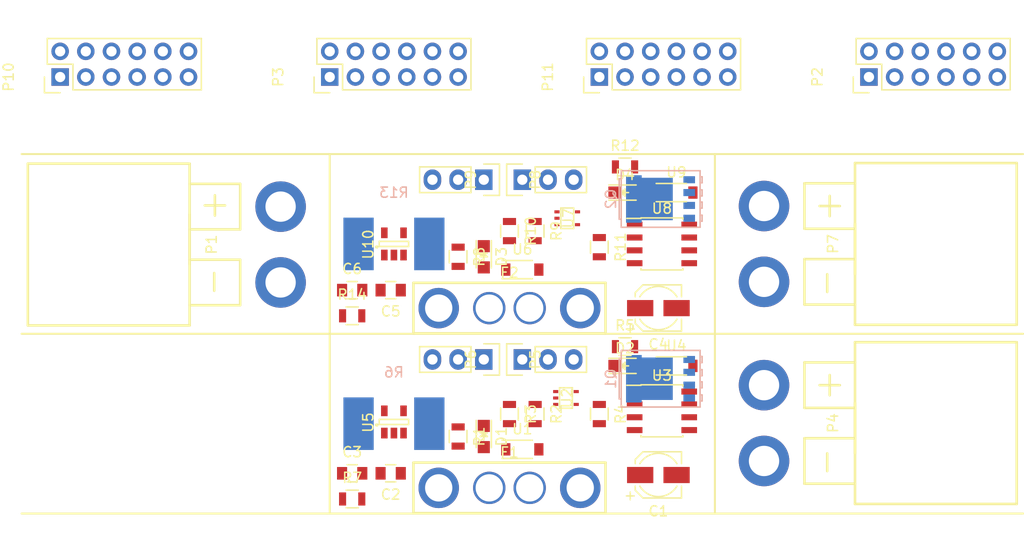
<source format=kicad_pcb>
(kicad_pcb (version 20221018) (generator pcbnew)
  (layers (0 "F.Cu" mixed) (1 "In1.Cu" power "Ground.Cu") (2 "In2.Cu" mixed "Signal.Cu") (31 "B.Cu" mixed) (34 "B.Paste" user) (35 "F.Paste" user) (36 "B.SilkS" user "B.Silkscreen") (37 "F.SilkS" user "F.Silkscreen") (38 "B.Mask" user) (39 "F.Mask" user) (44 "Edge.Cuts" user))
  (net 0 "")
  (net 1 "Net-(Q2-Pad4)")
  (net 2 "/channel0/kill_sw/in+")
  (net 3 "GND")
  (net 4 "/channel0/Power")
  (net 5 "/channel1/kill_sw/in+")
  (net 6 "Net-(D1-Pad2)")
  (net 7 "Net-(D2-Pad2)")
  (net 8 "Net-(D3-Pad2)")
  (net 9 "Net-(D4-Pad2)")
  (net 10 "/channel0/fuse/in+")
  (net 11 "/channel1/fuse/in+")
  (net 12 "/channel0/kill_sw/out+")
  (net 13 "Net-(Q1-Pad4)")
  (net 14 "/channel1/kill_sw/out+")
  (net 15 "Net-(P6-Pad2)")
  (net 16 "Net-(P5-Pad2)")
  (net 17 "Net-(R4-Pad1)")
  (net 18 "Net-(P9-Pad2)")
  (net 19 "Net-(P8-Pad2)")
  (net 20 "Net-(R11-Pad1)")
  (net 21 "/channel0/3.3V")
  (net 22 "/channel1/3.3V")
  (net 23 "/channel0/Enable_Reed")
  (net 24 "/Current_Feedback0")
  (net 25 "/Current_Feedback1")
  (net 26 "/Enabled_SW0")
  (net 27 "/Enabled_SW1")
  (net 28 "/Enabled_Fuse0")
  (net 29 "/Enabled_Fuse1")
  (net 30 "/Enable_MCU0")
  (net 31 "/Enable_MCU1")
  (footprint "LEDs:LED_0805" (layer "F.Cu") (at 208.28 99.06 -90)
    (fp_text reference "D1" (at 0 -1.75 270) (layer "F.SilkS"))
    (fp_text value "LED")
    (pad "1" smd rect (at -1.04902 0 90) (size 1.19888 1.19888) (layers "F.Cu" "F.Paste" "F.Mask") (net 3 "GND"))
    (pad "2" smd rect (at 1.04902 0 90) (size 1.19888 1.19888) (layers "F.Cu" "F.Paste" "F.Mask") (net 6 "Net-(D1-Pad2)"))
  )
  (footprint "LEDs:LED_0805" (layer "F.Cu") (at 222.25 92.075)
    (fp_text reference "D2" (at 0 -1.75) (layer "F.SilkS"))
    (fp_text value "LED")
    (pad "1" smd rect (at -1.04902 0 180) (size 1.19888 1.19888) (layers "F.Cu" "F.Paste" "F.Mask") (net 3 "GND"))
    (pad "2" smd rect (at 1.04902 0 180) (size 1.19888 1.19888) (layers "F.Cu" "F.Paste" "F.Mask") (net 7 "Net-(D2-Pad2)"))
  )
  (footprint "LEDs:LED_0805" (layer "F.Cu") (at 208.28 81.28 -90)
    (fp_text reference "D3" (at 0 -1.75 270) (layer "F.SilkS"))
    (fp_text value "LED")
    (pad "1" smd rect (at -1.04902 0 90) (size 1.19888 1.19888) (layers "F.Cu" "F.Paste" "F.Mask") (net 3 "GND"))
    (pad "2" smd rect (at 1.04902 0 90) (size 1.19888 1.19888) (layers "F.Cu" "F.Paste" "F.Mask") (net 8 "Net-(D3-Pad2)"))
  )
  (footprint "LEDs:LED_0805" (layer "F.Cu") (at 222.25 74.93)
    (fp_text reference "D4" (at 0 -1.75) (layer "F.SilkS"))
    (fp_text value "LED")
    (pad "1" smd rect (at -1.04902 0 180) (size 1.19888 1.19888) (layers "F.Cu" "F.Paste" "F.Mask") (net 3 "GND"))
    (pad "2" smd rect (at 1.04902 0 180) (size 1.19888 1.19888) (layers "F.Cu" "F.Paste" "F.Mask") (net 9 "Net-(D4-Pad2)"))
  )
  (footprint "KiCad-Dev:Fuseholder_test" (layer "F.Cu") (at 210.82 104.14)
    (fp_text reference "F1" (at 0 -3.5) (layer "F.SilkS"))
    (fp_text value "FUSE")
    (pad "1" thru_hole circle (at -7 0) (size 4 4) (drill 2.7) (layers "*.Cu" "*.Mask") (net 10 "/channel0/fuse/in+"))
    (pad "1" thru_hole circle (at -2 0) (size 3.2 3.2) (drill 2.7) (layers "*.Cu" "*.Mask") (net 10 "/channel0/fuse/in+"))
    (pad "2" thru_hole circle (at 2 0) (size 3.2 3.2) (drill 2.7) (layers "*.Cu" "*.Mask") (net 2 "/channel0/kill_sw/in+"))
    (pad "2" thru_hole circle (at 7 0) (size 4 4) (drill 2.7) (layers "*.Cu" "*.Mask") (net 2 "/channel0/kill_sw/in+"))
  )
  (footprint "KiCad-Dev:Fuseholder_test" (layer "F.Cu") (at 210.82 86.36)
    (fp_text reference "F2" (at 0 -3.5) (layer "F.SilkS"))
    (fp_text value "FUSE")
    (pad "1" thru_hole circle (at -7 0) (size 4 4) (drill 2.7) (layers "*.Cu" "*.Mask") (net 11 "/channel1/fuse/in+"))
    (pad "1" thru_hole circle (at -2 0) (size 3.2 3.2) (drill 2.7) (layers "*.Cu" "*.Mask") (net 11 "/channel1/fuse/in+"))
    (pad "2" thru_hole circle (at 2 0) (size 3.2 3.2) (drill 2.7) (layers "*.Cu" "*.Mask") (net 5 "/channel1/kill_sw/in+"))
    (pad "2" thru_hole circle (at 7 0) (size 4 4) (drill 2.7) (layers "*.Cu" "*.Mask") (net 5 "/channel1/kill_sw/in+"))
  )
  (footprint "KiCad-Dev:CONN_XT60_Male1_Horizontal" (layer "F.Cu") (at 170.18 80.07 -90)
    (fp_text reference "P1" (at 0 -11.176 270) (layer "F.SilkS"))
    (fp_text value "CONN_XT60_Male")
    (pad "1" thru_hole circle (at 3.75 -18 270) (size 5 5) (drill 3) (layers "*.Cu" "*.Mask") (net 3 "GND"))
    (pad "2" thru_hole circle (at -3.75 -18 270) (size 5 5) (drill 3) (layers "*.Cu" "*.Mask") (net 4 "/channel0/Power"))
  )
  (footprint "Pin_Headers:Pin_Header_Straight_2x06" (layer "F.Cu") (at 246.38 63.5 90)
    (fp_text reference "P2" (at 0 -5.1 90) (layer "F.SilkS"))
    (fp_text value "CONN_02X06")
    (pad "1" thru_hole rect (at 0 0 90) (size 1.7272 1.7272) (drill 1.016) (layers "*.Cu" "*.Mask") (net 3 "GND"))
    (pad "2" thru_hole oval (at 2.54 0 90) (size 1.7272 1.7272) (drill 1.016) (layers "*.Cu" "*.Mask"))
    (pad "3" thru_hole oval (at 0 2.54 90) (size 1.7272 1.7272) (drill 1.016) (layers "*.Cu" "*.Mask") (net 26 "/Enabled_SW0"))
    (pad "4" thru_hole oval (at 2.54 2.54 90) (size 1.7272 1.7272) (drill 1.016) (layers "*.Cu" "*.Mask"))
    (pad "5" thru_hole oval (at 0 5.08 90) (size 1.7272 1.7272) (drill 1.016) (layers "*.Cu" "*.Mask") (net 27 "/Enabled_SW1"))
    (pad "6" thru_hole oval (at 2.54 5.08 90) (size 1.7272 1.7272) (drill 1.016) (layers "*.Cu" "*.Mask"))
    (pad "7" thru_hole oval (at 0 7.62 90) (size 1.7272 1.7272) (drill 1.016) (layers "*.Cu" "*.Mask"))
    (pad "8" thru_hole oval (at 2.54 7.62 90) (size 1.7272 1.7272) (drill 1.016) (layers "*.Cu" "*.Mask"))
    (pad "9" thru_hole oval (at 0 10.16 90) (size 1.7272 1.7272) (drill 1.016) (layers "*.Cu" "*.Mask"))
    (pad "10" thru_hole oval (at 2.54 10.16 90) (size 1.7272 1.7272) (drill 1.016) (layers "*.Cu" "*.Mask"))
    (pad "11" thru_hole oval (at 0 12.7 90) (size 1.7272 1.7272) (drill 1.016) (layers "*.Cu" "*.Mask"))
    (pad "12" thru_hole oval (at 2.54 12.7 90) (size 1.7272 1.7272) (drill 1.016) (layers "*.Cu" "*.Mask"))
  )
  (footprint "Pin_Headers:Pin_Header_Straight_2x06" (layer "F.Cu") (at 193.04 63.5 90)
    (fp_text reference "P3" (at 0 -5.1 90) (layer "F.SilkS"))
    (fp_text value "CONN_02X06")
    (pad "1" thru_hole rect (at 0 0 90) (size 1.7272 1.7272) (drill 1.016) (layers "*.Cu" "*.Mask") (net 3 "GND"))
    (pad "2" thru_hole oval (at 2.54 0 90) (size 1.7272 1.7272) (drill 1.016) (layers "*.Cu" "*.Mask"))
    (pad "3" thru_hole oval (at 0 2.54 90) (size 1.7272 1.7272) (drill 1.016) (layers "*.Cu" "*.Mask") (net 28 "/Enabled_Fuse0"))
    (pad "4" thru_hole oval (at 2.54 2.54 90) (size 1.7272 1.7272) (drill 1.016) (layers "*.Cu" "*.Mask"))
    (pad "5" thru_hole oval (at 0 5.08 90) (size 1.7272 1.7272) (drill 1.016) (layers "*.Cu" "*.Mask") (net 29 "/Enabled_Fuse1"))
    (pad "6" thru_hole oval (at 2.54 5.08 90) (size 1.7272 1.7272) (drill 1.016) (layers "*.Cu" "*.Mask"))
    (pad "7" thru_hole oval (at 0 7.62 90) (size 1.7272 1.7272) (drill 1.016) (layers "*.Cu" "*.Mask"))
    (pad "8" thru_hole oval (at 2.54 7.62 90) (size 1.7272 1.7272) (drill 1.016) (layers "*.Cu" "*.Mask"))
    (pad "9" thru_hole oval (at 0 10.16 90) (size 1.7272 1.7272) (drill 1.016) (layers "*.Cu" "*.Mask"))
    (pad "10" thru_hole oval (at 2.54 10.16 90) (size 1.7272 1.7272) (drill 1.016) (layers "*.Cu" "*.Mask"))
    (pad "11" thru_hole oval (at 0 12.7 90) (size 1.7272 1.7272) (drill 1.016) (layers "*.Cu" "*.Mask"))
    (pad "12" thru_hole oval (at 2.54 12.7 90) (size 1.7272 1.7272) (drill 1.016) (layers "*.Cu" "*.Mask"))
  )
  (footprint "KiCad-Dev:CONN_XT60_Female_Horizontal" (layer "F.Cu") (at 254 97.73 90)
    (fp_text reference "P4" (at 0 -11.176 90) (layer "F.SilkS"))
    (fp_text value "CONN_XT60_Female")
    (pad "1" thru_hole circle (at -3.75 -18 90) (size 5 5) (drill 3) (layers "*.Cu" "*.Mask") (net 3 "GND"))
    (pad "2" thru_hole circle (at 3.75 -18 90) (size 5 5) (drill 3) (layers "*.Cu" "*.Mask") (net 12 "/channel0/kill_sw/out+"))
  )
  (footprint "Pin_Headers:Pin_Header_Straight_1x03" (layer "F.Cu") (at 208.28 91.44 -90)
    (fp_text reference "P5" (at 0 -5.1 270) (layer "F.SilkS"))
    (fp_text value "CONN_01X03")
    (pad "1" thru_hole rect (at 0 0 270) (size 2.032 1.7272) (drill 1.016) (layers "*.Cu" "*.Mask") (net 21 "/channel0/3.3V"))
    (pad "2" thru_hole oval (at 0 2.54 270) (size 2.032 1.7272) (drill 1.016) (layers "*.Cu" "*.Mask") (net 16 "Net-(P5-Pad2)"))
    (pad "3" thru_hole oval (at 0 5.08 270) (size 2.032 1.7272) (drill 1.016) (layers "*.Cu" "*.Mask") (net 23 "/channel0/Enable_Reed"))
  )
  (footprint "Pin_Headers:Pin_Header_Straight_1x03" (layer "F.Cu") (at 212.09 91.44 90)
    (fp_text reference "P6" (at 0 -5.1 90) (layer "F.SilkS"))
    (fp_text value "CONN_01X03")
    (pad "1" thru_hole rect (at 0 0 90) (size 2.032 1.7272) (drill 1.016) (layers "*.Cu" "*.Mask") (net 21 "/channel0/3.3V"))
    (pad "2" thru_hole oval (at 0 2.54 90) (size 2.032 1.7272) (drill 1.016) (layers "*.Cu" "*.Mask") (net 15 "Net-(P6-Pad2)"))
    (pad "3" thru_hole oval (at 0 5.08 90) (size 2.032 1.7272) (drill 1.016) (layers "*.Cu" "*.Mask") (net 30 "/Enable_MCU0"))
  )
  (footprint "KiCad-Dev:CONN_XT60_Female_Horizontal" (layer "F.Cu") (at 254 80.01 90)
    (fp_text reference "P7" (at 0 -11.176 90) (layer "F.SilkS"))
    (fp_text value "CONN_XT60_Female")
    (pad "1" thru_hole circle (at -3.75 -18 90) (size 5 5) (drill 3) (layers "*.Cu" "*.Mask") (net 3 "GND"))
    (pad "2" thru_hole circle (at 3.75 -18 90) (size 5 5) (drill 3) (layers "*.Cu" "*.Mask") (net 14 "/channel1/kill_sw/out+"))
  )
  (footprint "Pin_Headers:Pin_Header_Straight_1x03" (layer "F.Cu") (at 208.28 73.66 -90)
    (fp_text reference "P8" (at 0 -5.1 270) (layer "F.SilkS"))
    (fp_text value "CONN_01X03")
    (pad "1" thru_hole rect (at 0 0 270) (size 2.032 1.7272) (drill 1.016) (layers "*.Cu" "*.Mask") (net 22 "/channel1/3.3V"))
    (pad "2" thru_hole oval (at 0 2.54 270) (size 2.032 1.7272) (drill 1.016) (layers "*.Cu" "*.Mask") (net 19 "Net-(P8-Pad2)"))
    (pad "3" thru_hole oval (at 0 5.08 270) (size 2.032 1.7272) (drill 1.016) (layers "*.Cu" "*.Mask") (net 23 "/channel0/Enable_Reed"))
  )
  (footprint "Pin_Headers:Pin_Header_Straight_1x03" (layer "F.Cu") (at 212.09 73.66 90)
    (fp_text reference "P9" (at 0 -5.1 90) (layer "F.SilkS"))
    (fp_text value "CONN_01X03")
    (pad "1" thru_hole rect (at 0 0 90) (size 2.032 1.7272) (drill 1.016) (layers "*.Cu" "*.Mask") (net 22 "/channel1/3.3V"))
    (pad "2" thru_hole oval (at 0 2.54 90) (size 2.032 1.7272) (drill 1.016) (layers "*.Cu" "*.Mask") (net 18 "Net-(P9-Pad2)"))
    (pad "3" thru_hole oval (at 0 5.08 90) (size 2.032 1.7272) (drill 1.016) (layers "*.Cu" "*.Mask") (net 31 "/Enable_MCU1"))
  )
  (footprint "Resistors_SMD:R_0805" (layer "F.Cu") (at 205.74 99.06 -90)
    (fp_text reference "R1" (at 0 -2.1 270) (layer "F.SilkS"))
    (fp_text value "R")
    (pad "1" smd rect (at -0.95 0 270) (size 0.7 1.3) (layers "F.Cu" "F.Paste" "F.Mask") (net 28 "/Enabled_Fuse0"))
    (pad "2" smd rect (at 0.95 0 270) (size 0.7 1.3) (layers "F.Cu" "F.Paste" "F.Mask") (net 6 "Net-(D1-Pad2)"))
  )
  (footprint "Resistors_SMD:R_0805" (layer "F.Cu") (at 213.36 96.84 -90)
    (fp_text reference "R2" (at 0 -2.1 270) (layer "F.SilkS"))
    (fp_text value "R")
    (pad "1" smd rect (at -0.95 0 270) (size 0.7 1.3) (layers "F.Cu" "F.Paste" "F.Mask") (net 15 "Net-(P6-Pad2)"))
    (pad "2" smd rect (at 0.95 0 270) (size 0.7 1.3) (layers "F.Cu" "F.Paste" "F.Mask") (net 3 "GND"))
  )
  (footprint "Resistors_SMD:R_0805" (layer "F.Cu") (at 210.82 96.84 -90)
    (fp_text reference "R3" (at 0 -2.1 270) (layer "F.SilkS"))
    (fp_text value "R")
    (pad "1" smd rect (at -0.95 0 270) (size 0.7 1.3) (layers "F.Cu" "F.Paste" "F.Mask") (net 16 "Net-(P5-Pad2)"))
    (pad "2" smd rect (at 0.95 0 270) (size 0.7 1.3) (layers "F.Cu" "F.Paste" "F.Mask") (net 3 "GND"))
  )
  (footprint "Resistors_SMD:R_0805" (layer "F.Cu") (at 219.71 96.84 -90)
    (fp_text reference "R4" (at 0 -2.1 270) (layer "F.SilkS"))
    (fp_text value "R")
    (pad "1" smd rect (at -0.95 0 270) (size 0.7 1.3) (layers "F.Cu" "F.Paste" "F.Mask") (net 17 "Net-(R4-Pad1)"))
    (pad "2" smd rect (at 0.95 0 270) (size 0.7 1.3) (layers "F.Cu" "F.Paste" "F.Mask") (net 3 "GND"))
  )
  (footprint "Resistors_SMD:R_0805" (layer "F.Cu") (at 222.25 90.17)
    (fp_text reference "R5" (at 0 -2.1) (layer "F.SilkS"))
    (fp_text value "R")
    (pad "1" smd rect (at -0.95 0) (size 0.7 1.3) (layers "F.Cu" "F.Paste" "F.Mask") (net 26 "/Enabled_SW0"))
    (pad "2" smd rect (at 0.95 0) (size 0.7 1.3) (layers "F.Cu" "F.Paste" "F.Mask") (net 7 "Net-(D2-Pad2)"))
  )
  (footprint "Resistors_SMD:R_0805" (layer "F.Cu") (at 195.26 105.24)
    (fp_text reference "R7" (at 0 -2.1) (layer "F.SilkS"))
    (fp_text value "R")
    (pad "1" smd rect (at -0.95 0) (size 0.7 1.3) (layers "F.Cu" "F.Paste" "F.Mask") (net 24 "/Current_Feedback0"))
    (pad "2" smd rect (at 0.95 0) (size 0.7 1.3) (layers "F.Cu" "F.Paste" "F.Mask") (net 3 "GND"))
  )
  (footprint "Resistors_SMD:R_0805" (layer "F.Cu") (at 205.74 81.28 -90)
    (fp_text reference "R8" (at 0 -2.1 270) (layer "F.SilkS"))
    (fp_text value "R")
    (pad "1" smd rect (at -0.95 0 270) (size 0.7 1.3) (layers "F.Cu" "F.Paste" "F.Mask") (net 29 "/Enabled_Fuse1"))
    (pad "2" smd rect (at 0.95 0 270) (size 0.7 1.3) (layers "F.Cu" "F.Paste" "F.Mask") (net 8 "Net-(D3-Pad2)"))
  )
  (footprint "Resistors_SMD:R_0805" (layer "F.Cu") (at 213.36 78.74 -90)
    (fp_text reference "R9" (at 0 -2.1 270) (layer "F.SilkS"))
    (fp_text value "R")
    (pad "1" smd rect (at -0.95 0 270) (size 0.7 1.3) (layers "F.Cu" "F.Paste" "F.Mask") (net 18 "Net-(P9-Pad2)"))
    (pad "2" smd rect (at 0.95 0 270) (size 0.7 1.3) (layers "F.Cu" "F.Paste" "F.Mask") (net 3 "GND"))
  )
  (footprint "Resistors_SMD:R_0805" (layer "F.Cu") (at 210.82 78.74 -90)
    (fp_text reference "R10" (at 0 -2.1 270) (layer "F.SilkS"))
    (fp_text value "R")
    (pad "1" smd rect (at -0.95 0 270) (size 0.7 1.3) (layers "F.Cu" "F.Paste" "F.Mask") (net 19 "Net-(P8-Pad2)"))
    (pad "2" smd rect (at 0.95 0 270) (size 0.7 1.3) (layers "F.Cu" "F.Paste" "F.Mask") (net 3 "GND"))
  )
  (footprint "Resistors_SMD:R_0805" (layer "F.Cu") (at 219.71 80.33 -90)
    (fp_text reference "R11" (at 0 -2.1 270) (layer "F.SilkS"))
    (fp_text value "R")
    (pad "1" smd rect (at -0.95 0 270) (size 0.7 1.3) (layers "F.Cu" "F.Paste" "F.Mask") (net 20 "Net-(R11-Pad1)"))
    (pad "2" smd rect (at 0.95 0 270) (size 0.7 1.3) (layers "F.Cu" "F.Paste" "F.Mask") (net 3 "GND"))
  )
  (footprint "Resistors_SMD:R_0805" (layer "F.Cu") (at 222.25 72.39)
    (fp_text reference "R12" (at 0 -2.1) (layer "F.SilkS"))
    (fp_text value "R")
    (pad "1" smd rect (at -0.95 0) (size 0.7 1.3) (layers "F.Cu" "F.Paste" "F.Mask") (net 27 "/Enabled_SW1"))
    (pad "2" smd rect (at 0.95 0) (size 0.7 1.3) (layers "F.Cu" "F.Paste" "F.Mask") (net 9 "Net-(D4-Pad2)"))
  )
  (footprint "Resistors_SMD:R_0805" (layer "F.Cu") (at 195.26 87.12)
    (fp_text reference "R14" (at 0 -2.1) (layer "F.SilkS"))
    (fp_text value "R")
    (pad "1" smd rect (at -0.95 0) (size 0.7 1.3) (layers "F.Cu" "F.Paste" "F.Mask") (net 25 "/Current_Feedback1"))
    (pad "2" smd rect (at 0.95 0) (size 0.7 1.3) (layers "F.Cu" "F.Paste" "F.Mask") (net 3 "GND"))
  )
  (footprint "Diodes_SMD:SOD-123" (layer "F.Cu") (at 212.09 100.33)
    (fp_text reference "U1" (at 0 -2) (layer "F.SilkS"))
    (fp_text value "NSI45020AT1G")
    (pad "1" smd rect (at -1.635 0) (size 0.91 1.22) (layers "F.Cu" "F.Paste" "F.Mask") (net 6 "Net-(D1-Pad2)"))
    (pad "2" smd rect (at 1.635 0) (size 0.91 1.22) (layers "F.Cu" "F.Paste" "F.Mask") (net 2 "/channel0/kill_sw/in+"))
  )
  (footprint "TO_SOT_Packages_SMD:SOT-353" (layer "F.Cu") (at 216.408 95.25)
    (fp_text reference "U2" (at 0.09906 0 90) (layer "F.SilkS"))
    (fp_text value "74LVC1G08")
    (pad "1" smd rect (at -1.016 -0.635) (size 0.508 0.3048) (layers "F.Cu" "F.Paste" "F.Mask") (net 16 "Net-(P5-Pad2)"))
    (pad "2" smd rect (at -1.016 0) (size 0.508 0.3048) (layers "F.Cu" "F.Paste" "F.Mask") (net 15 "Net-(P6-Pad2)"))
    (pad "3" smd rect (at -1.016 0.635) (size 0.508 0.3048) (layers "F.Cu" "F.Paste" "F.Mask") (net 3 "GND"))
    (pad "4" smd rect (at 1.016 0.635) (size 0.508 0.3048) (layers "F.Cu" "F.Paste" "F.Mask") (net 17 "Net-(R4-Pad1)"))
    (pad "5" smd rect (at 1.016 -0.635) (size 0.508 0.3048) (layers "F.Cu" "F.Paste" "F.Mask") (net 21 "/channel0/3.3V"))
  )
  (footprint "Housings_SOIC:SOIC-8_3.9x4.9mm_Pitch1.27mm" (layer "F.Cu") (at 225.9 96.52)
    (fp_text reference "U3" (at 0 -3.5) (layer "F.SilkS"))
    (fp_text value "MIC5014")
    (pad "1" smd rect (at -2.7 -1.905) (size 1.55 0.6) (layers "F.Cu" "F.Paste" "F.Mask") (net 2 "/channel0/kill_sw/in+"))
    (pad "2" smd rect (at -2.7 -0.635) (size 1.55 0.6) (layers "F.Cu" "F.Paste" "F.Mask") (net 17 "Net-(R4-Pad1)"))
    (pad "3" smd rect (at -2.7 0.635) (size 1.55 0.6) (layers "F.Cu" "F.Paste" "F.Mask") (net 12 "/channel0/kill_sw/out+"))
    (pad "4" smd rect (at -2.7 1.905) (size 1.55 0.6) (layers "F.Cu" "F.Paste" "F.Mask") (net 3 "GND"))
    (pad "5" smd rect (at 2.7 1.905) (size 1.55 0.6) (layers "F.Cu" "F.Paste" "F.Mask") (net 13 "Net-(Q1-Pad4)"))
    (pad "6" smd rect (at 2.7 0.635) (size 1.55 0.6) (layers "F.Cu" "F.Paste" "F.Mask"))
    (pad "7" smd rect (at 2.7 -0.635) (size 1.55 0.6) (layers "F.Cu" "F.Paste" "F.Mask"))
    (pad "8" smd rect (at 2.7 -1.905) (size 1.55 0.6) (layers "F.Cu" "F.Paste" "F.Mask"))
  )
  (footprint "Diodes_SMD:SOD-123" (layer "F.Cu") (at 227.33 92.075)
    (fp_text reference "U4" (at 0 -2) (layer "F.SilkS"))
    (fp_text value "NSI45020AT1G")
    (pad "1" smd rect (at -1.635 0) (size 0.91 1.22) (layers "F.Cu" "F.Paste" "F.Mask") (net 7 "Net-(D2-Pad2)"))
    (pad "2" smd rect (at 1.635 0) (size 0.91 1.22) (layers "F.Cu" "F.Paste" "F.Mask") (net 12 "/channel0/kill_sw/out+"))
  )
  (footprint "TO_SOT_Packages_SMD:SOT-23-5" (layer "F.Cu") (at 199.39 97.62 90)
    (fp_text reference "U5" (at -0.05 -2.55 90) (layer "F.SilkS"))
    (fp_text value "INA169")
    (pad "1" smd rect (at -1.1 -0.95 90) (size 1.06 0.65) (layers "F.Cu" "F.Paste" "F.Mask") (net 24 "/Current_Feedback0"))
    (pad "2" smd rect (at -1.1 0 90) (size 1.06 0.65) (layers "F.Cu" "F.Paste" "F.Mask") (net 3 "GND"))
    (pad "3" smd rect (at -1.1 0.95 90) (size 1.06 0.65) (layers "F.Cu" "F.Paste" "F.Mask") (net 4 "/channel0/Power"))
    (pad "4" smd rect (at 1.1 0.95 90) (size 1.06 0.65) (layers "F.Cu" "F.Paste" "F.Mask") (net 10 "/channel0/fuse/in+"))
    (pad "5" smd rect (at 1.1 -0.95 90) (size 1.06 0.65) (layers "F.Cu" "F.Paste" "F.Mask") (net 4 "/channel0/Power"))
  )
  (footprint "Diodes_SMD:SOD-123" (layer "F.Cu") (at 212.09 82.55)
    (fp_text reference "U6" (at 0 -2) (layer "F.SilkS"))
    (fp_text value "NSI45020AT1G")
    (pad "1" smd rect (at -1.635 0) (size 0.91 1.22) (layers "F.Cu" "F.Paste" "F.Mask") (net 8 "Net-(D3-Pad2)"))
    (pad "2" smd rect (at 1.635 0) (size 0.91 1.22) (layers "F.Cu" "F.Paste" "F.Mask") (net 5 "/channel1/kill_sw/in+"))
  )
  (footprint "TO_SOT_Packages_SMD:SOT-353" (layer "F.Cu") (at 216.535 77.47)
    (fp_text reference "U7" (at 0.09906 0 90) (layer "F.SilkS"))
    (fp_text value "74LVC1G08")
    (pad "1" smd rect (at -1.016 -0.635) (size 0.508 0.3048) (layers "F.Cu" "F.Paste" "F.Mask") (net 19 "Net-(P8-Pad2)"))
    (pad "2" smd rect (at -1.016 0) (size 0.508 0.3048) (layers "F.Cu" "F.Paste" "F.Mask") (net 18 "Net-(P9-Pad2)"))
    (pad "3" smd rect (at -1.016 0.635) (size 0.508 0.3048) (layers "F.Cu" "F.Paste" "F.Mask") (net 3 "GND"))
    (pad "4" smd rect (at 1.016 0.635) (size 0.508 0.3048) (layers "F.Cu" "F.Paste" "F.Mask") (net 20 "Net-(R11-Pad1)"))
    (pad "5" smd rect (at 1.016 -0.635) (size 0.508 0.3048) (layers "F.Cu" "F.Paste" "F.Mask") (net 22 "/channel1/3.3V"))
  )
  (footprint "Housings_SOIC:SOIC-8_3.9x4.9mm_Pitch1.27mm" (layer "F.Cu") (at 225.9 80.01)
    (fp_text reference "U8" (at 0 -3.5) (layer "F.SilkS"))
    (fp_text value "MIC5014")
    (pad "1" smd rect (at -2.7 -1.905) (size 1.55 0.6) (layers "F.Cu" "F.Paste" "F.Mask") (net 5 "/channel1/kill_sw/in+"))
    (pad "2" smd rect (at -2.7 -0.635) (size 1.55 0.6) (layers "F.Cu" "F.Paste" "F.Mask") (net 20 "Net-(R11-Pad1)"))
    (pad "3" smd rect (at -2.7 0.635) (size 1.55 0.6) (layers "F.Cu" "F.Paste" "F.Mask") (net 14 "/channel1/kill_sw/out+"))
    (pad "4" smd rect (at -2.7 1.905) (size 1.55 0.6) (layers "F.Cu" "F.Paste" "F.Mask") (net 3 "GND"))
    (pad "5" smd rect (at 2.7 1.905) (size 1.55 0.6) (layers "F.Cu" "F.Paste" "F.Mask") (net 1 "Net-(Q2-Pad4)"))
    (pad "6" smd rect (at 2.7 0.635) (size 1.55 0.6) (layers "F.Cu" "F.Paste" "F.Mask"))
    (pad "7" smd rect (at 2.7 -0.635) (size 1.55 0.6) (layers "F.Cu" "F.Paste" "F.Mask"))
    (pad "8" smd rect (at 2.7 -1.905) (size 1.55 0.6) (layers "F.Cu" "F.Paste" "F.Mask"))
  )
  (footprint "Diodes_SMD:SOD-123" (layer "F.Cu") (at 227.33 74.93)
    (fp_text reference "U9" (at 0 -2) (layer "F.SilkS"))
    (fp_text value "NSI45020AT1G")
    (pad "1" smd rect (at -1.635 0) (size 0.91 1.22) (layers "F.Cu" "F.Paste" "F.Mask") (net 9 "Net-(D4-Pad2)"))
    (pad "2" smd rect (at 1.635 0) (size 0.91 1.22) (layers "F.Cu" "F.Paste" "F.Mask") (net 14 "/channel1/kill_sw/out+"))
  )
  (footprint "TO_SOT_Packages_SMD:SOT-23-5" (layer "F.Cu") (at 199.39 80.01 90)
    (fp_text reference "U10" (at -0.05 -2.55 90) (layer "F.SilkS"))
    (fp_text value "INA169")
    (pad "1" smd rect (at -1.1 -0.95 90) (size 1.06 0.65) (layers "F.Cu" "F.Paste" "F.Mask") (net 25 "/Current_Feedback1"))
    (pad "2" smd rect (at -1.1 0 90) (size 1.06 0.65) (layers "F.Cu" "F.Paste" "F.Mask") (net 3 "GND"))
    (pad "3" smd rect (at -1.1 0.95 90) (size 1.06 0.65) (layers "F.Cu" "F.Paste" "F.Mask") (net 4 "/channel0/Power"))
    (pad "4" smd rect (at 1.1 0.95 90) (size 1.06 0.65) (layers "F.Cu" "F.Paste" "F.Mask") (net 11 "/channel1/fuse/in+"))
    (pad "5" smd rect (at 1.1 -0.95 90) (size 1.06 0.65) (layers "F.Cu" "F.Paste" "F.Mask") (net 4 "/channel0/Power"))
  )
  (footprint "Capacitors_SMD:C_0805" (layer "F.Cu") (at 199.07 102.7 180)
    (fp_text reference "C2" (at 0 -2.1 180) (layer "F.SilkS"))
    (fp_text value "C")
    (pad "1" smd rect (at -1 0 180) (size 1 1.25) (layers "F.Cu" "F.Paste" "F.Mask") (net 4 "/channel0/Power"))
    (pad "2" smd rect (at 1 0 180) (size 1 1.25) (layers "F.Cu" "F.Paste" "F.Mask") (net 3 "GND"))
  )
  (footprint "Capacitors_SMD:C_0805" (layer "F.Cu") (at 195.26 102.7)
    (fp_text reference "C3" (at 0 -2.1) (layer "F.SilkS"))
    (fp_text value "C")
    (pad "1" smd rect (at -1 0) (size 1 1.25) (layers "F.Cu" "F.Paste" "F.Mask") (net 24 "/Current_Feedback0"))
    (pad "2" smd rect (at 1 0) (size 1 1.25) (layers "F.Cu" "F.Paste" "F.Mask") (net 3 "GND"))
  )
  (footprint "Capacitors_SMD:C_0805" (layer "F.Cu") (at 199.07 84.58 180)
    (fp_text reference "C5" (at 0 -2.1 180) (layer "F.SilkS"))
    (fp_text value "C")
    (pad "1" smd rect (at -1 0 180) (size 1 1.25) (layers "F.Cu" "F.Paste" "F.Mask") (net 4 "/channel0/Power"))
    (pad "2" smd rect (at 1 0 180) (size 1 1.25) (layers "F.Cu" "F.Paste" "F.Mask") (net 3 "GND"))
  )
  (footprint "Capacitors_SMD:C_0805" (layer "F.Cu") (at 195.26 84.58)
    (fp_text reference "C6" (at 0 -2.1) (layer "F.SilkS"))
    (fp_text value "C")
    (pad "1" smd rect (at -1 0) (size 1 1.25) (layers "F.Cu" "F.Paste" "F.Mask") (net 25 "/Current_Feedback1"))
    (pad "2" smd rect (at 1 0) (size 1 1.25) (layers "F.Cu" "F.Paste" "F.Mask") (net 3 "GND"))
  )
  (footprint "Capacitors_SMD:c_elec_4x4.5" (layer "F.Cu") (at 225.55 102.87)
    (fp_text reference "C1" (at 0 3.5814 180) (layer "F.SilkS"))
    (fp_text value "CP")
    (fp_text user "+" (at -2.7813 1.9939 180) (layer "F.SilkS"))
    (pad "1" smd rect (at -1.8 0 180) (size 2.6 1.6) (layers "F.Cu" "F.Paste" "F.Mask") (net 2 "/channel0/kill_sw/in+"))
    (pad "2" smd rect (at 1.8 0 180) (size 2.6 1.6) (layers "F.Cu" "F.Paste" "F.Mask") (net 3 "GND"))
  )
  (footprint "Capacitors_SMD:c_elec_4x4.5" (layer "F.Cu") (at 225.55 86.36)
    (fp_text reference "C4" (at 0 3.5814 180) (layer "F.SilkS"))
    (fp_text value "CP")
    (fp_text user "+" (at -2.7813 1.9939 180) (layer "F.SilkS"))
    (pad "1" smd rect (at -1.8 0 180) (size 2.6 1.6) (layers "F.Cu" "F.Paste" "F.Mask") (net 5 "/channel1/kill_sw/in+"))
    (pad "2" smd rect (at 1.8 0 180) (size 2.6 1.6) (layers "F.Cu" "F.Paste" "F.Mask") (net 3 "GND"))
  )
  (footprint "Pin_Headers:Pin_Header_Straight_2x06" (layer "F.Cu") (at 166.37 63.5 90)
    (fp_text reference "P10" (at 0 -5.1 90) (layer "F.SilkS"))
    (fp_text value "CONN_02X06")
    (pad "1" thru_hole rect (at 0 0 90) (size 1.7272 1.7272) (drill 1.016) (layers "*.Cu" "*.Mask") (net 3 "GND"))
    (pad "2" thru_hole oval (at 2.54 0 90) (size 1.7272 1.7272) (drill 1.016) (layers "*.Cu" "*.Mask"))
    (pad "3" thru_hole oval (at 0 2.54 90) (size 1.7272 1.7272) (drill 1.016) (layers "*.Cu" "*.Mask") (net 24 "/Current_Feedback0"))
    (pad "4" thru_hole oval (at 2.54 2.54 90) (size 1.7272 1.7272) (drill 1.016) (layers "*.Cu" "*.Mask"))
    (pad "5" thru_hole oval (at 0 5.08 90) (size 1.7272 1.7272) (drill 1.016) (layers "*.Cu" "*.Mask") (net 25 "/Current_Feedback1"))
    (pad "6" thru_hole oval (at 2.54 5.08 90) (size 1.7272 1.7272) (drill 1.016) (layers "*.Cu" "*.Mask"))
    (pad "7" thru_hole oval (at 0 7.62 90) (size 1.7272 1.7272) (drill 1.016) (layers "*.Cu" "*.Mask"))
    (pad "8" thru_hole oval (at 2.54 7.62 90) (size 1.7272 1.7272) (drill 1.016) (layers "*.Cu" "*.Mask"))
    (pad "9" thru_hole oval (at 0 10.16 90) (size 1.7272 1.7272) (drill 1.016) (layers "*.Cu" "*.Mask"))
    (pad "10" thru_hole oval (at 2.54 10.16 90) (size 1.7272 1.7272) (drill 1.016) (layers "*.Cu" "*.Mask"))
    (pad "11" thru_hole oval (at 0 12.7 90) (size 1.7272 1.7272) (drill 1.016) (layers "*.Cu" "*.Mask"))
    (pad "12" thru_hole oval (at 2.54 12.7 90) (size 1.7272 1.7272) (drill 1.016) (layers "*.Cu" "*.Mask"))
  )
  (footprint "Pin_Headers:Pin_Header_Straight_2x06" (layer "F.Cu") (at 219.71 63.5 90)
    (fp_text reference "P11" (at 0 -5.1 90) (layer "F.SilkS"))
    (fp_text value "CONN_02X06")
    (pad "1" thru_hole rect (at 0 0 90) (size 1.7272 1.7272) (drill 1.016) (layers "*.Cu" "*.Mask") (net 3 "GND"))
    (pad "2" thru_hole oval (at 2.54 0 90) (size 1.7272 1.7272) (drill 1.016) (layers "*.Cu" "*.Mask"))
    (pad "3" thru_hole oval (at 0 2.54 90) (size 1.7272 1.7272) (drill 1.016) (layers "*.Cu" "*.Mask") (net 30 "/Enable_MCU0"))
    (pad "4" thru_hole oval (at 2.54 2.54 90) (size 1.7272 1.7272) (drill 1.016) (layers "*.Cu" "*.Mask"))
    (pad "5" thru_hole oval (at 0 5.08 90) (size 1.7272 1.7272) (drill 1.016) (layers "*.Cu" "*.Mask") (net 31 "/Enable_MCU1"))
    (pad "6" thru_hole oval (at 2.54 5.08 90) (size 1.7272 1.7272) (drill 1.016) (layers "*.Cu" "*.Mask"))
    (pad "7" thru_hole oval (at 0 7.62 90) (size 1.7272 1.7272) (drill 1.016) (layers "*.Cu" "*.Mask"))
    (pad "8" thru_hole oval (at 2.54 7.62 90) (size 1.7272 1.7272) (drill 1.016) (layers "*.Cu" "*.Mask"))
    (pad "9" thru_hole oval (at 0 10.16 90) (size 1.7272 1.7272) (drill 1.016) (layers "*.Cu" "*.Mask"))
    (pad "10" thru_hole oval (at 2.54 10.16 90) (size 1.7272 1.7272) (drill 1.016) (layers "*.Cu" "*.Mask"))
    (pad "11" thru_hole oval (at 0 12.7 90) (size 1.7272 1.7272) (drill 1.016) (layers "*.Cu" "*.Mask"))
    (pad "12" thru_hole oval (at 2.54 12.7 90) (size 1.7272 1.7272) (drill 1.016) (layers "*.Cu" "*.Mask"))
  )
  (footprint "TO_SOT_Packages_SMD:SOT-669_LFPAK" (layer "B.Cu") (at 225.775 93.345 -90)
    (fp_text reference "Q1" (at 0 4.925 270) (layer "B.SilkS") (effects (justify mirror)))
    (fp_text value "BUK9Y4R8-60E")
    (pad "1" smd rect (at -1.905 -2.825 270) (size 0.7 1.15) (layers "B.Cu" "B.Paste" "B.Mask") (net 12 "/channel0/kill_sw/out+"))
    (pad "2" smd rect (at -0.635 -2.825 270) (size 0.7 1.15) (layers "B.Cu" "B.Paste" "B.Mask") (net 12 "/channel0/kill_sw/out+"))
    (pad "3" smd rect (at 0.635 -2.825 270) (size 0.7 1.15) (layers "B.Cu" "B.Paste" "B.Mask") (net 12 "/channel0/kill_sw/out+"))
    (pad "4" smd rect (at 1.905 -2.825 270) (size 0.7 1.15) (layers "B.Cu" "B.Paste" "B.Mask") (net 13 "Net-(Q1-Pad4)"))
    (pad "5" smd rect (at 0 0.45 270) (size 4.2 3.3) (layers "B.Cu" "B.Mask") (net 2 "/channel0/kill_sw/in+"))
    (pad "5" smd rect (at 0 2.65 270) (size 4.7 1.55) (layers "B.Cu" "B.Mask") (net 2 "/channel0/kill_sw/in+"))
  )
  (footprint "TO_SOT_Packages_SMD:SOT-669_LFPAK" (layer "B.Cu") (at 225.775 75.565 -90)
    (fp_text reference "Q2" (at 0 4.925 270) (layer "B.SilkS") (effects (justify mirror)))
    (fp_text value "BUK9Y4R8-60E")
    (pad "1" smd rect (at -1.905 -2.825 270) (size 0.7 1.15) (layers "B.Cu" "B.Paste" "B.Mask") (net 14 "/channel1/kill_sw/out+"))
    (pad "2" smd rect (at -0.635 -2.825 270) (size 0.7 1.15) (layers "B.Cu" "B.Paste" "B.Mask") (net 14 "/channel1/kill_sw/out+"))
    (pad "3" smd rect (at 0.635 -2.825 270) (size 0.7 1.15) (layers "B.Cu" "B.Paste" "B.Mask") (net 14 "/channel1/kill_sw/out+"))
    (pad "4" smd rect (at 1.905 -2.825 270) (size 0.7 1.15) (layers "B.Cu" "B.Paste" "B.Mask") (net 1 "Net-(Q2-Pad4)"))
    (pad "5" smd rect (at 0 0.45 270) (size 4.2 3.3) (layers "B.Cu" "B.Mask") (net 5 "/channel1/kill_sw/in+"))
    (pad "5" smd rect (at 0 2.65 270) (size 4.7 1.55) (layers "B.Cu" "B.Mask") (net 5 "/channel1/kill_sw/in+"))
  )
  (footprint "KiCad-Dev:SMD_1052_Metric" (layer "B.Cu") (at 199.39 97.79 180)
    (fp_text reference "R6" (at 0 5.08 180) (layer "B.SilkS") (effects (justify mirror)))
    (fp_text value "R")
    (pad "1" smd rect (at -3.5 0 180) (size 3 5.2) (layers "B.Cu" "B.Paste" "B.Mask") (net 10 "/channel0/fuse/in+"))
    (pad "2" smd rect (at 3.5 0 180) (size 3 5.2) (layers "B.Cu" "B.Paste" "B.Mask") (net 4 "/channel0/Power"))
  )
  (footprint "KiCad-Dev:SMD_1052_Metric" (layer "B.Cu") (at 199.39 80.01 180)
    (fp_text reference "R13" (at 0 5.08 180) (layer "B.SilkS") (effects (justify mirror)))
    (fp_text value "R")
    (pad "1" smd rect (at -3.5 0 180) (size 3 5.2) (layers "B.Cu" "B.Paste" "B.Mask") (net 11 "/channel1/fuse/in+"))
    (pad "2" smd rect (at 3.5 0 180) (size 3 5.2) (layers "B.Cu" "B.Paste" "B.Mask") (net 4 "/channel0/Power"))
  )
  (gr_line (start 261.62 71.12) (end 162.56 71.12) (stroke (width 0.2)) (layer "F.SilkS"))
  (gr_line (start 193.04 71.12) (end 193.04 106.68) (stroke (width 0.2)) (layer "F.SilkS"))
  (gr_line (start 261.62 106.68) (end 162.56 106.68) (stroke (width 0.2)) (layer "F.SilkS"))
  (gr_line (start 261.62 88.9) (end 162.56 88.9) (stroke (width 0.2)) (layer "F.SilkS"))
  (gr_line (start 231.14 71.12) (end 231.14 106.68) (stroke (width 0.2)) (layer "F.SilkS"))
)
</source>
